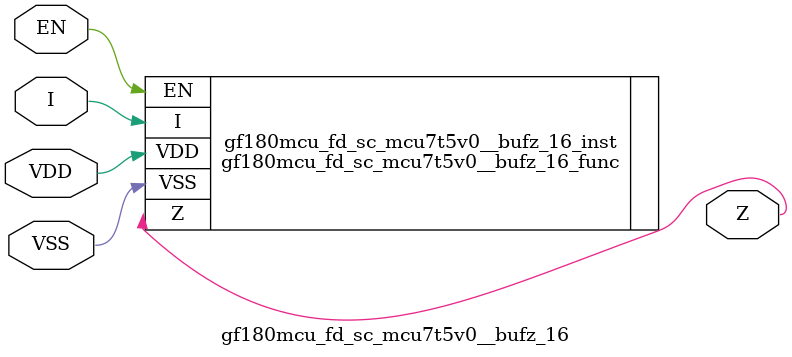
<source format=v>

module gf180mcu_fd_sc_mcu7t5v0__bufz_16( EN, I, Z, VDD, VSS );
input EN, I;
inout VDD, VSS;
output Z;

   `ifdef FUNCTIONAL  //  functional //

	gf180mcu_fd_sc_mcu7t5v0__bufz_16_func gf180mcu_fd_sc_mcu7t5v0__bufz_16_behav_inst(.EN(EN),.I(I),.Z(Z),.VDD(VDD),.VSS(VSS));

   `else

	gf180mcu_fd_sc_mcu7t5v0__bufz_16_func gf180mcu_fd_sc_mcu7t5v0__bufz_16_inst(.EN(EN),.I(I),.Z(Z),.VDD(VDD),.VSS(VSS));

	// spec_gates_begin


	// spec_gates_end



   specify

	// specify_block_begin

	// comb arc EN --> Z
	 (EN => Z) = (1.0,1.0);

	// comb arc I --> Z
	 (I => Z) = (1.0,1.0);

	// specify_block_end

   endspecify

   `endif

endmodule

</source>
